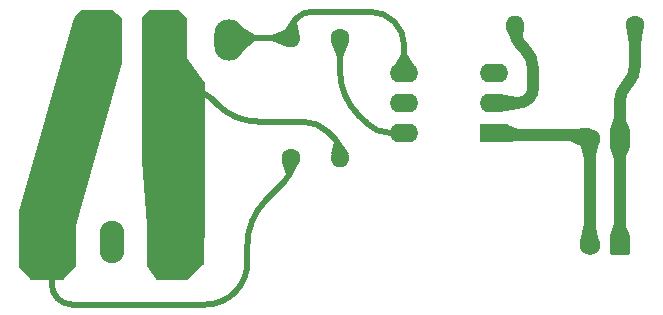
<source format=gbr>
%TF.GenerationSoftware,KiCad,Pcbnew,7.0.8*%
%TF.CreationDate,2023-10-29T17:21:22+01:00*%
%TF.ProjectId,Output_stage,4f757470-7574-45f7-9374-6167652e6b69,2.0*%
%TF.SameCoordinates,Original*%
%TF.FileFunction,Copper,L2,Bot*%
%TF.FilePolarity,Positive*%
%FSLAX46Y46*%
G04 Gerber Fmt 4.6, Leading zero omitted, Abs format (unit mm)*
G04 Created by KiCad (PCBNEW 7.0.8) date 2023-10-29 17:21:22*
%MOMM*%
%LPD*%
G01*
G04 APERTURE LIST*
G04 Aperture macros list*
%AMRoundRect*
0 Rectangle with rounded corners*
0 $1 Rounding radius*
0 $2 $3 $4 $5 $6 $7 $8 $9 X,Y pos of 4 corners*
0 Add a 4 corners polygon primitive as box body*
4,1,4,$2,$3,$4,$5,$6,$7,$8,$9,$2,$3,0*
0 Add four circle primitives for the rounded corners*
1,1,$1+$1,$2,$3*
1,1,$1+$1,$4,$5*
1,1,$1+$1,$6,$7*
1,1,$1+$1,$8,$9*
0 Add four rect primitives between the rounded corners*
20,1,$1+$1,$2,$3,$4,$5,0*
20,1,$1+$1,$4,$5,$6,$7,0*
20,1,$1+$1,$6,$7,$8,$9,0*
20,1,$1+$1,$8,$9,$2,$3,0*%
G04 Aperture macros list end*
%TA.AperFunction,ComponentPad*%
%ADD10C,1.600000*%
%TD*%
%TA.AperFunction,ComponentPad*%
%ADD11O,1.600000X1.600000*%
%TD*%
%TA.AperFunction,ComponentPad*%
%ADD12C,3.000000*%
%TD*%
%TA.AperFunction,ComponentPad*%
%ADD13R,2.500000X3.500000*%
%TD*%
%TA.AperFunction,ComponentPad*%
%ADD14O,2.500000X3.500000*%
%TD*%
%TA.AperFunction,ComponentPad*%
%ADD15R,2.400000X1.600000*%
%TD*%
%TA.AperFunction,ComponentPad*%
%ADD16O,2.400000X1.600000*%
%TD*%
%TA.AperFunction,ComponentPad*%
%ADD17RoundRect,0.250000X0.620000X0.620000X-0.620000X0.620000X-0.620000X-0.620000X0.620000X-0.620000X0*%
%TD*%
%TA.AperFunction,ComponentPad*%
%ADD18C,1.740000*%
%TD*%
%TA.AperFunction,ComponentPad*%
%ADD19RoundRect,0.249999X0.790001X1.550001X-0.790001X1.550001X-0.790001X-1.550001X0.790001X-1.550001X0*%
%TD*%
%TA.AperFunction,ComponentPad*%
%ADD20O,2.080000X3.600000*%
%TD*%
%TA.AperFunction,Conductor*%
%ADD21C,0.500000*%
%TD*%
%TA.AperFunction,Conductor*%
%ADD22C,0.250000*%
%TD*%
%TA.AperFunction,Conductor*%
%ADD23C,1.000000*%
%TD*%
G04 APERTURE END LIST*
D10*
%TO.P,R2,1*%
%TO.N,S{slash}LINE*%
X79324200Y-39192200D03*
D11*
%TO.P,R2,2*%
%TO.N,Net-(Q1-G)*%
X79324200Y-29032200D03*
%TD*%
D10*
%TO.P,R1,1*%
%TO.N,Net-(J2-Pin_1)*%
X108485325Y-27938075D03*
D11*
%TO.P,R1,2*%
%TO.N,Net-(R1-Pad2)*%
X98325325Y-27938075D03*
%TD*%
D12*
%TO.P,REF4,1*%
%TO.N,LINE*%
X69267725Y-40003075D03*
%TD*%
%TO.P,REF2,1*%
%TO.N,LINE*%
X69267725Y-33272075D03*
%TD*%
D13*
%TO.P,Q1,1,A1*%
%TO.N,S{slash}LINE*%
X63157725Y-29208075D03*
D14*
%TO.P,Q1,2,A2*%
%TO.N,LINE*%
X68632725Y-29208075D03*
%TO.P,Q1,3,G*%
%TO.N,Net-(Q1-G)*%
X74107725Y-29208075D03*
%TD*%
D10*
%TO.P,R3,1*%
%TO.N,Net-(R3-Pad1)*%
X83515200Y-29032200D03*
D11*
%TO.P,R3,2*%
%TO.N,LINE*%
X83515200Y-39192200D03*
%TD*%
D15*
%TO.P,U1,1*%
%TO.N,Net-(J2-Pin_2)*%
X96572725Y-37092075D03*
D16*
%TO.P,U1,2*%
%TO.N,Net-(R1-Pad2)*%
X96572725Y-34552075D03*
%TO.P,U1,3,NC*%
%TO.N,unconnected-(U1-NC-Pad3)*%
X96572725Y-32012075D03*
%TO.P,U1,4*%
%TO.N,Net-(Q1-G)*%
X88952725Y-32012075D03*
%TO.P,U1,5,NC*%
%TO.N,unconnected-(U1-NC-Pad5)*%
X88952725Y-34552075D03*
%TO.P,U1,6*%
%TO.N,Net-(R3-Pad1)*%
X88952725Y-37092075D03*
%TD*%
D17*
%TO.P,J3,1,Pin_1*%
%TO.N,Net-(J2-Pin_1)*%
X107179925Y-46563075D03*
D18*
%TO.P,J3,2,Pin_2*%
%TO.N,Net-(J2-Pin_2)*%
X104639925Y-46563075D03*
%TD*%
D12*
%TO.P,REF3,1*%
%TO.N,S{slash}LINE*%
X59742725Y-40003075D03*
%TD*%
D17*
%TO.P,J2,1,Pin_1*%
%TO.N,Net-(J2-Pin_1)*%
X107179925Y-37558075D03*
D18*
%TO.P,J2,2,Pin_2*%
%TO.N,Net-(J2-Pin_2)*%
X104639925Y-37558075D03*
%TD*%
D12*
%TO.P,REF1,1*%
%TO.N,S{slash}LINE*%
X61901725Y-33272075D03*
%TD*%
D19*
%TO.P,J1,1,Pin_1*%
%TO.N,LINE*%
X69265800Y-46355000D03*
D20*
%TO.P,J1,2,Pin_2*%
%TO.N,unconnected-(J1-Pin_2-Pad2)*%
X64185800Y-46355000D03*
%TO.P,J1,3,Pin_3*%
%TO.N,S{slash}LINE*%
X59105800Y-46355000D03*
%TD*%
D21*
%TO.N,LINE*%
X83093127Y-37576327D02*
X82575400Y-37058600D01*
X80306522Y-36118800D02*
X76587338Y-36118800D01*
X70497700Y-33272075D02*
X69267725Y-33272075D01*
X83515200Y-38595300D02*
X83515200Y-39192200D01*
X72597398Y-34141798D02*
X73151037Y-34695437D01*
X72597399Y-34141797D02*
G75*
G03*
X70497700Y-33272075I-2099699J-2099703D01*
G01*
X82575394Y-37058606D02*
G75*
G03*
X80306522Y-36118800I-2268894J-2268894D01*
G01*
X83515183Y-38595300D02*
G75*
G03*
X83093127Y-37576327I-1441083J0D01*
G01*
X73151010Y-34695464D02*
G75*
G03*
X76587338Y-36118800I3436290J3436364D01*
G01*
D22*
%TO.N,S{slash}LINE*%
X59425225Y-46035575D02*
X59742725Y-45718075D01*
D21*
X60840220Y-51612800D02*
X72111037Y-51612800D01*
X77260392Y-42754607D02*
X78794364Y-41220634D01*
D22*
X59107725Y-46802087D02*
X59107725Y-47686575D01*
D21*
X79324200Y-39941500D02*
X79324200Y-39192200D01*
X75666600Y-46602363D02*
X75666600Y-48057237D01*
X59105800Y-49878379D02*
X59105800Y-46355000D01*
X59105809Y-49878379D02*
G75*
G03*
X59613800Y-51104800I1734391J-21D01*
G01*
X59613794Y-51104806D02*
G75*
G03*
X60840220Y-51612800I1226406J1226406D01*
G01*
X78794371Y-41220641D02*
G75*
G03*
X79324200Y-39941500I-1279171J1279141D01*
G01*
X74625189Y-50571389D02*
G75*
G03*
X75666600Y-48057237I-2514189J2514189D01*
G01*
X77260421Y-42754636D02*
G75*
G03*
X75666600Y-46602363I3847679J-3847764D01*
G01*
D22*
X59425239Y-46035589D02*
G75*
G03*
X59107725Y-46802087I766461J-766511D01*
G01*
D21*
X72111037Y-51612815D02*
G75*
G03*
X74625199Y-50571399I-37J3555615D01*
G01*
D23*
%TO.N,Net-(J2-Pin_1)*%
X107179925Y-37558075D02*
X107179925Y-46563075D01*
X107179925Y-37558075D02*
X107179925Y-34535332D01*
X108485325Y-31383817D02*
X108485325Y-27938075D01*
X107832609Y-32959559D02*
G75*
G03*
X108485325Y-31383817I-1575709J1575759D01*
G01*
X107832605Y-32959555D02*
G75*
G03*
X107179925Y-34535332I1575795J-1575745D01*
G01*
D22*
%TO.N,Net-(J2-Pin_2)*%
X96665475Y-37184825D02*
X96805725Y-37325075D01*
D23*
X104130865Y-37259875D02*
X96859177Y-37259875D01*
D22*
X96665475Y-37184825D02*
X96758225Y-37277575D01*
D23*
X96656625Y-37175975D02*
X96572725Y-37092075D01*
X104639925Y-37768934D02*
X104639925Y-46563075D01*
D22*
X96758236Y-37277564D02*
G75*
G03*
X97206061Y-37463075I447864J447864D01*
G01*
D23*
X104490835Y-37408965D02*
G75*
G03*
X104130865Y-37259875I-359935J-359935D01*
G01*
D22*
X96805714Y-37325086D02*
G75*
G03*
X97368236Y-37558075I562486J562486D01*
G01*
D23*
X104639910Y-37768934D02*
G75*
G03*
X104490824Y-37408976I-509010J34D01*
G01*
X96656632Y-37175968D02*
G75*
G03*
X96859177Y-37259875I202568J202568D01*
G01*
D22*
X96665475Y-37184825D02*
X96665475Y-37184825D01*
D21*
%TO.N,Net-(Q1-G)*%
X79728311Y-27485088D02*
X79857600Y-27355800D01*
X88952725Y-29687479D02*
X88952725Y-32012075D01*
X81145341Y-26822400D02*
X86087645Y-26822400D01*
X74195662Y-29120137D02*
X74107725Y-29208075D01*
X79324200Y-28460700D02*
X79324200Y-28746450D01*
X74407962Y-29032200D02*
X79038450Y-29032200D01*
X79038450Y-29032200D02*
G75*
G03*
X79324200Y-28746450I-50J285800D01*
G01*
X81145341Y-26822418D02*
G75*
G03*
X79857601Y-27355801I-41J-1821082D01*
G01*
X79728316Y-27485093D02*
G75*
G03*
X79324200Y-28460700I975584J-975607D01*
G01*
X74407962Y-29032162D02*
G75*
G03*
X74195662Y-29120137I38J-300238D01*
G01*
X88952725Y-29687479D02*
G75*
G03*
X88113561Y-27661563I-2865125J-21D01*
G01*
X88113544Y-27661580D02*
G75*
G03*
X86087645Y-26822400I-2025944J-2025920D01*
G01*
D23*
%TO.N,Net-(R1-Pad2)*%
X98325325Y-28522275D02*
X98325325Y-27938075D01*
X99874725Y-31751466D02*
X99874725Y-33234188D01*
X98556838Y-34552075D02*
X96572725Y-34552075D01*
X99100025Y-29881175D02*
X98738416Y-29519566D01*
X99488739Y-34166089D02*
G75*
G03*
X99874725Y-33234188I-931939J931889D01*
G01*
X99874738Y-31751466D02*
G75*
G03*
X99100024Y-29881176I-2645038J-34D01*
G01*
X98556838Y-34552105D02*
G75*
G03*
X99488725Y-34166075I-38J1317905D01*
G01*
X98325341Y-28522275D02*
G75*
G03*
X98738417Y-29519565I1410359J-25D01*
G01*
D21*
%TO.N,Net-(R3-Pad1)*%
X87774700Y-37092075D02*
X88952725Y-37092075D01*
X85763685Y-36259085D02*
X85055937Y-35551337D01*
X83515200Y-31831668D02*
X83515200Y-29032200D01*
X85763691Y-36259079D02*
G75*
G03*
X87774700Y-37092075I2011009J2010979D01*
G01*
X83515221Y-31831668D02*
G75*
G03*
X85055937Y-35551337I5260379J-32D01*
G01*
%TD*%
%TA.AperFunction,Conductor*%
%TO.N,Net-(Q1-G)*%
G36*
X89204348Y-30415502D02*
G01*
X89206128Y-30417789D01*
X89747655Y-31327169D01*
X89748943Y-31336030D01*
X89745163Y-31342084D01*
X88960286Y-32006672D01*
X88951757Y-32009403D01*
X88945164Y-32006672D01*
X88160286Y-31342084D01*
X88156187Y-31334123D01*
X88157794Y-31327169D01*
X88699322Y-30417789D01*
X88706500Y-30412434D01*
X88709375Y-30412075D01*
X89196075Y-30412075D01*
X89204348Y-30415502D01*
G37*
%TD.AperFunction*%
%TD*%
%TA.AperFunction,Conductor*%
%TO.N,Net-(Q1-G)*%
G36*
X79016408Y-28297380D02*
G01*
X79022399Y-28303554D01*
X79323334Y-29027710D01*
X79323344Y-29036663D01*
X79323335Y-29036685D01*
X79323334Y-29036690D01*
X79022399Y-29760845D01*
X79016060Y-29767170D01*
X79007458Y-29767299D01*
X77731763Y-29285058D01*
X77725236Y-29278927D01*
X77724200Y-29274114D01*
X77724200Y-28790285D01*
X77727627Y-28782012D01*
X77731763Y-28779341D01*
X79007460Y-28297100D01*
X79016408Y-28297380D01*
G37*
%TD.AperFunction*%
%TD*%
%TA.AperFunction,Conductor*%
%TO.N,Net-(R1-Pad2)*%
G36*
X99112814Y-27938063D02*
G01*
X99121083Y-27941497D01*
X99124502Y-27949773D01*
X99124475Y-27950558D01*
X99045317Y-29113506D01*
X99041824Y-29121076D01*
X98341814Y-29805663D01*
X98333504Y-29808997D01*
X98325269Y-29805478D01*
X98323058Y-29802302D01*
X97591468Y-28255317D01*
X97591029Y-28246373D01*
X97597043Y-28239738D01*
X97597522Y-28239525D01*
X98322466Y-27938258D01*
X98326963Y-27937363D01*
X99112814Y-27938063D01*
G37*
%TD.AperFunction*%
%TD*%
%TA.AperFunction,Conductor*%
%TO.N,LINE*%
G36*
X71840924Y-33317445D02*
G01*
X71623983Y-33767929D01*
X70249330Y-34385672D01*
X69266825Y-33271642D01*
X70485957Y-32399636D01*
X71840924Y-33317445D01*
G37*
%TD.AperFunction*%
%TD*%
%TA.AperFunction,Conductor*%
%TO.N,LINE*%
G36*
X69868447Y-26687760D02*
G01*
X69885655Y-26701089D01*
X69972853Y-26781828D01*
X70496047Y-27266267D01*
X70531864Y-27326256D01*
X70535800Y-27357252D01*
X70535800Y-30734000D01*
X70535799Y-30734000D01*
X72036846Y-32730976D01*
X72061391Y-32796392D01*
X72061725Y-32805481D01*
X72061725Y-43813075D01*
X71986458Y-48178519D01*
X71965620Y-48245209D01*
X71945159Y-48268791D01*
X70573031Y-49496485D01*
X70509944Y-49526517D01*
X70490348Y-49528075D01*
X68064585Y-49528075D01*
X67997546Y-49508390D01*
X67960985Y-49472215D01*
X67210400Y-48331016D01*
X67190007Y-48264188D01*
X67190000Y-48262876D01*
X67190000Y-45000002D01*
X66727933Y-39370612D01*
X66727725Y-39365538D01*
X66727725Y-27354437D01*
X66747410Y-27287398D01*
X66764044Y-27266756D01*
X67326406Y-26704394D01*
X67387729Y-26670909D01*
X67414087Y-26668075D01*
X69801408Y-26668075D01*
X69868447Y-26687760D01*
G37*
%TD.AperFunction*%
%TD*%
%TA.AperFunction,Conductor*%
%TO.N,Net-(Q1-G)*%
G36*
X79532100Y-27345400D02*
G01*
X79533687Y-27346691D01*
X79879758Y-27682593D01*
X79883125Y-27688922D01*
X80121731Y-29018445D01*
X80119819Y-29027194D01*
X80112282Y-29032028D01*
X80110225Y-29032212D01*
X79328364Y-29032912D01*
X79320088Y-29029493D01*
X79317795Y-29027194D01*
X78765332Y-28473349D01*
X78761915Y-28465071D01*
X78763928Y-28458524D01*
X79287774Y-27685216D01*
X79515851Y-27348524D01*
X79523328Y-27343598D01*
X79532100Y-27345400D01*
G37*
%TD.AperFunction*%
%TD*%
%TA.AperFunction,Conductor*%
%TO.N,Net-(J2-Pin_2)*%
G36*
X97778259Y-36392538D02*
G01*
X98565935Y-36756735D01*
X98572006Y-36763318D01*
X98572725Y-36767355D01*
X98572725Y-37749950D01*
X98569298Y-37758223D01*
X98562933Y-37761493D01*
X97777278Y-37891322D01*
X97768884Y-37889516D01*
X96587314Y-37102459D01*
X96582328Y-37095021D01*
X96584063Y-37086236D01*
X96587891Y-37082624D01*
X97767455Y-36393060D01*
X97776325Y-36391844D01*
X97778259Y-36392538D01*
G37*
%TD.AperFunction*%
%TD*%
%TA.AperFunction,Conductor*%
%TO.N,LINE*%
G36*
X83354748Y-37490809D02*
G01*
X83356177Y-37492609D01*
X84246718Y-38874283D01*
X84248320Y-38883094D01*
X84243223Y-38890456D01*
X84241374Y-38891426D01*
X83520380Y-39191053D01*
X83511425Y-39191064D01*
X83511407Y-39191056D01*
X82784983Y-38889739D01*
X82778654Y-38883404D01*
X82777997Y-38876620D01*
X82778468Y-38874283D01*
X82988538Y-37832001D01*
X82991866Y-37825911D01*
X83338206Y-37490542D01*
X83346531Y-37487250D01*
X83354748Y-37490809D01*
G37*
%TD.AperFunction*%
%TD*%
%TA.AperFunction,Conductor*%
%TO.N,Net-(J2-Pin_2)*%
G36*
X104636151Y-36691665D02*
G01*
X104639928Y-36699785D01*
X104639939Y-36700271D01*
X104640922Y-37555733D01*
X104640027Y-37560235D01*
X104311598Y-38350756D01*
X104305259Y-38357081D01*
X104296304Y-38357072D01*
X104296021Y-38356950D01*
X102966169Y-37762969D01*
X102960013Y-37756466D01*
X102959241Y-37752286D01*
X102959241Y-36771085D01*
X102962668Y-36762812D01*
X102970440Y-36759396D01*
X104627741Y-36688595D01*
X104636151Y-36691665D01*
G37*
%TD.AperFunction*%
%TD*%
%TA.AperFunction,Conductor*%
%TO.N,Net-(J2-Pin_1)*%
G36*
X107187460Y-37563421D02*
G01*
X108024766Y-38268584D01*
X108028886Y-38276534D01*
X108028297Y-38281325D01*
X107682635Y-39290167D01*
X107676712Y-39296883D01*
X107671567Y-39298075D01*
X106688283Y-39298075D01*
X106680010Y-39294648D01*
X106677215Y-39290167D01*
X106331552Y-38281325D01*
X106332112Y-38272388D01*
X106335080Y-38268587D01*
X107172388Y-37563421D01*
X107180924Y-37560714D01*
X107187460Y-37563421D01*
G37*
%TD.AperFunction*%
%TD*%
%TA.AperFunction,Conductor*%
%TO.N,Net-(J2-Pin_1)*%
G36*
X109271245Y-27938057D02*
G01*
X109279513Y-27941494D01*
X109282930Y-27949772D01*
X109282730Y-27951913D01*
X108987115Y-29528531D01*
X108982222Y-29536031D01*
X108975615Y-29538075D01*
X107995035Y-29538075D01*
X107986762Y-29534648D01*
X107983535Y-29528531D01*
X107687919Y-27951911D01*
X107689763Y-27943150D01*
X107697263Y-27938257D01*
X107699399Y-27938057D01*
X108485325Y-27937075D01*
X109271245Y-27938057D01*
G37*
%TD.AperFunction*%
%TD*%
%TA.AperFunction,Conductor*%
%TO.N,Net-(R1-Pad2)*%
G36*
X98541342Y-34050326D02*
G01*
X98548830Y-34055238D01*
X98550856Y-34061677D01*
X98562816Y-35042217D01*
X98559490Y-35050532D01*
X98553286Y-35053857D01*
X96981398Y-35350438D01*
X96972633Y-35348605D01*
X96968770Y-35344185D01*
X96574352Y-34557327D01*
X96573710Y-34548397D01*
X96574349Y-34546852D01*
X96968813Y-33759983D01*
X96975582Y-33754125D01*
X96981452Y-33753734D01*
X98541342Y-34050326D01*
G37*
%TD.AperFunction*%
%TD*%
%TA.AperFunction,Conductor*%
%TO.N,Net-(J2-Pin_2)*%
G36*
X105434694Y-37887268D02*
G01*
X105441019Y-37893607D01*
X105441642Y-37900542D01*
X105141918Y-39288844D01*
X105136822Y-39296208D01*
X105130481Y-39298075D01*
X104149369Y-39298075D01*
X104141096Y-39294648D01*
X104137932Y-39288844D01*
X103838207Y-37900539D01*
X103839811Y-37891732D01*
X103845153Y-37887269D01*
X104635438Y-37558938D01*
X104644389Y-37558930D01*
X105434694Y-37887268D01*
G37*
%TD.AperFunction*%
%TD*%
%TA.AperFunction,Conductor*%
%TO.N,Net-(Q1-G)*%
G36*
X75197636Y-28124795D02*
G01*
X76351793Y-28778838D01*
X76357302Y-28785898D01*
X76357725Y-28789017D01*
X76357725Y-29276488D01*
X76354298Y-29284761D01*
X76353223Y-29285712D01*
X75292423Y-30113451D01*
X75283792Y-30115839D01*
X75278071Y-30113484D01*
X74202622Y-29282200D01*
X74117220Y-29216187D01*
X74112770Y-29208416D01*
X74115118Y-29199775D01*
X74116070Y-29198690D01*
X75183583Y-28126718D01*
X75191847Y-28123275D01*
X75197636Y-28124795D01*
G37*
%TD.AperFunction*%
%TD*%
%TA.AperFunction,Conductor*%
%TO.N,Net-(J2-Pin_2)*%
G36*
X105138754Y-44826502D02*
G01*
X105141918Y-44832306D01*
X105441642Y-46220607D01*
X105440038Y-46229417D01*
X105434694Y-46233881D01*
X104644414Y-46562210D01*
X104635459Y-46562219D01*
X104635436Y-46562210D01*
X103845155Y-46233881D01*
X103838830Y-46227542D01*
X103838207Y-46220610D01*
X104137932Y-44832305D01*
X104143028Y-44824942D01*
X104149369Y-44823075D01*
X105130481Y-44823075D01*
X105138754Y-44826502D01*
G37*
%TD.AperFunction*%
%TD*%
%TA.AperFunction,Conductor*%
%TO.N,Net-(J2-Pin_1)*%
G36*
X107679840Y-44826502D02*
G01*
X107682635Y-44830983D01*
X108028297Y-45839824D01*
X108027737Y-45848761D01*
X108024766Y-45852565D01*
X107187462Y-46557727D01*
X107178926Y-46560435D01*
X107172388Y-46557727D01*
X106335083Y-45852565D01*
X106330963Y-45844615D01*
X106331552Y-45839824D01*
X106677215Y-44830983D01*
X106683138Y-44824267D01*
X106688283Y-44823075D01*
X107671567Y-44823075D01*
X107679840Y-44826502D01*
G37*
%TD.AperFunction*%
%TD*%
%TA.AperFunction,Conductor*%
%TO.N,S{slash}LINE*%
G36*
X60066635Y-47512991D02*
G01*
X59355800Y-49155000D01*
X58855800Y-49155000D01*
X58144965Y-47512991D01*
X59105800Y-46354000D01*
X60066635Y-47512991D01*
G37*
%TD.AperFunction*%
%TD*%
%TA.AperFunction,Conductor*%
%TO.N,S{slash}LINE*%
G36*
X64213910Y-26687760D02*
G01*
X64220578Y-26692359D01*
X64999108Y-27267826D01*
X65041317Y-27323503D01*
X65049400Y-27367540D01*
X65049400Y-31096109D01*
X65044843Y-31129414D01*
X61538723Y-43703505D01*
X61180000Y-44990001D01*
X61180000Y-48254008D01*
X61160315Y-48321047D01*
X61150010Y-48334867D01*
X60160831Y-49484934D01*
X60102192Y-49522923D01*
X60066821Y-49528075D01*
X57385409Y-49528075D01*
X57318370Y-49508390D01*
X57292730Y-49486456D01*
X56345046Y-48420311D01*
X56315220Y-48357127D01*
X56313725Y-48337930D01*
X56313725Y-43703505D01*
X56318531Y-43669318D01*
X61003885Y-27333893D01*
X61035395Y-27280404D01*
X61611406Y-26704394D01*
X61672729Y-26670909D01*
X61699087Y-26668075D01*
X64146871Y-26668075D01*
X64213910Y-26687760D01*
G37*
%TD.AperFunction*%
%TD*%
%TA.AperFunction,Conductor*%
%TO.N,Net-(R3-Pad1)*%
G36*
X84243846Y-29334001D02*
G01*
X84250170Y-29340339D01*
X84250299Y-29348941D01*
X83768059Y-30624637D01*
X83761928Y-30631164D01*
X83757115Y-30632200D01*
X83273285Y-30632200D01*
X83265012Y-30628773D01*
X83262341Y-30624637D01*
X82780100Y-29348939D01*
X82780380Y-29339991D01*
X82786552Y-29334001D01*
X83510712Y-29033064D01*
X83519661Y-29033054D01*
X84243846Y-29334001D01*
G37*
%TD.AperFunction*%
%TD*%
%TA.AperFunction,Conductor*%
%TO.N,S{slash}LINE*%
G36*
X80051557Y-39493464D02*
G01*
X80057880Y-39499803D01*
X80057869Y-39508758D01*
X80057456Y-39509645D01*
X79347816Y-40880846D01*
X79340970Y-40886618D01*
X79332047Y-40885859D01*
X79331575Y-40885601D01*
X78913283Y-40644107D01*
X78907876Y-40637165D01*
X78588298Y-39509645D01*
X78587932Y-39508353D01*
X78588973Y-39499460D01*
X78594700Y-39494360D01*
X79320210Y-39193196D01*
X79329164Y-39193190D01*
X80051557Y-39493464D01*
G37*
%TD.AperFunction*%
%TD*%
%TA.AperFunction,Conductor*%
%TO.N,Net-(J2-Pin_1)*%
G36*
X107679840Y-35821502D02*
G01*
X107682635Y-35825983D01*
X108028297Y-36834824D01*
X108027737Y-36843761D01*
X108024766Y-36847565D01*
X107187462Y-37552727D01*
X107178926Y-37555435D01*
X107172388Y-37552727D01*
X106335083Y-36847565D01*
X106330963Y-36839615D01*
X106331552Y-36834824D01*
X106677215Y-35825983D01*
X106683138Y-35819267D01*
X106688283Y-35818075D01*
X107671567Y-35818075D01*
X107679840Y-35821502D01*
G37*
%TD.AperFunction*%
%TD*%
M02*

</source>
